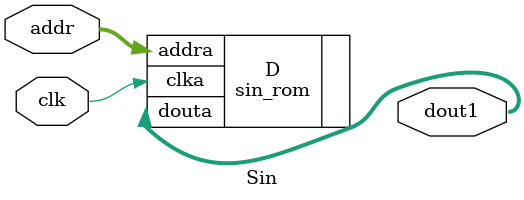
<source format=v>
`timescale 1ns / 1ps


module Sin(
        input clk,
        input [11:0] addr,
        output [7:0] dout1     
    );
sin_rom D
      (
        .clka(clk),
        .addra(addr),
        .douta(dout1)
      );      
endmodule

</source>
